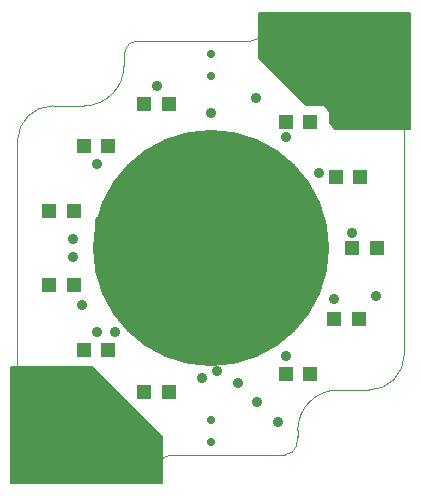
<source format=gbs>
%FSLAX46Y46*%
G04 Gerber Fmt 4.6, Leading zero omitted, Abs format (unit mm)*
G04 Created by KiCad (PCBNEW (2014-jul-16 BZR unknown)-product) date Fri 15 May 2015 05:11:27 PM EDT*
%MOMM*%
G01*
G04 APERTURE LIST*
%ADD10C,0.150000*%
%ADD11C,0.010000*%
%ADD12R,1.198880X1.198880*%
%ADD13C,0.710000*%
%ADD14C,20.000000*%
%ADD15C,0.889000*%
%ADD16C,0.203200*%
G04 APERTURE END LIST*
D10*
D11*
X-6279774Y17513859D02*
X3350000Y17513859D01*
X-7241037Y16789496D02*
G75*
G02X-6279774Y17513859I961263J-275638D01*
G74*
G01*
X-7356884Y15967105D02*
G75*
G02X-7241219Y16788858I2999998J-3246D01*
G74*
G01*
X-7356886Y15963859D02*
X-7356886Y15434116D01*
X-7356886Y15434116D02*
G75*
G02X-10756886Y12034116I-3400000J0D01*
G74*
G01*
X-10756886Y12034116D02*
X-13373666Y12034116D01*
X-16373661Y9039352D02*
G75*
G02X-13373666Y12034116I2999995J-5236D01*
G74*
G01*
X-16373667Y9034116D02*
X-16373667Y-11131265D01*
X-15681866Y-13047567D02*
G75*
G02X-16373667Y-11131265I2308197J1916302D01*
G74*
G01*
X-8143775Y-18703981D02*
G75*
G02X-15679470Y-13050448I8143775J18703983D01*
G74*
G01*
X-6924282Y-18963859D02*
G75*
G02X-8115544Y-18716248I2203J2999999D01*
G74*
G01*
X-6922082Y-18963860D02*
X-5272889Y-18963860D01*
X-4311626Y-18239497D02*
G75*
G02X-5272889Y-18963860I-961263J275638D01*
G74*
G01*
X-4311262Y-18238222D02*
G75*
G02X-3350000Y-17513859I961262J-275637D01*
G74*
G01*
X6279774Y-17513859D02*
X-3350000Y-17513859D01*
X7241037Y-16789496D02*
G75*
G02X6279774Y-17513859I-961263J275638D01*
G74*
G01*
X7356884Y-15967105D02*
G75*
G02X7241219Y-16788858I-2999998J3246D01*
G74*
G01*
X7356886Y-15963859D02*
X7356886Y-15434116D01*
X7356886Y-15434116D02*
G75*
G02X10756886Y-12034116I3400000J0D01*
G74*
G01*
X10756886Y-12034116D02*
X13373666Y-12034116D01*
X16373661Y-9039352D02*
G75*
G02X13373666Y-12034116I-2999995J5236D01*
G74*
G01*
X16373667Y-9034116D02*
X16373667Y11131265D01*
X15681866Y13047567D02*
G75*
G02X16373667Y11131265I-2308197J-1916302D01*
G74*
G01*
X8143775Y18703981D02*
G75*
G02X15679470Y13050448I-8143775J-18703983D01*
G74*
G01*
X6924282Y18963859D02*
G75*
G02X8115544Y18716248I-2203J-2999999D01*
G74*
G01*
X6922082Y18963860D02*
X5272889Y18963860D01*
X4311626Y18239497D02*
G75*
G02X5272889Y18963860I961263J-275638D01*
G74*
G01*
X4311262Y18238222D02*
G75*
G02X3350000Y17513859I-961262J275637D01*
G74*
G01*
D12*
X6330980Y-10700000D03*
X8429020Y-10700000D03*
X10460980Y-6040000D03*
X12559020Y-6040000D03*
X11950980Y0D03*
X14049020Y0D03*
X10560980Y6040000D03*
X12659020Y6040000D03*
X6330980Y10700000D03*
X8429020Y10700000D03*
X-3560980Y12160000D03*
X-5659020Y12160000D03*
X-8680980Y8620000D03*
X-10779020Y8620000D03*
X-11570980Y3110000D03*
X-13669020Y3110000D03*
X-11570980Y-3110000D03*
X-13669020Y-3110000D03*
X-8680980Y-8620000D03*
X-10779020Y-8620000D03*
X-3560980Y-12160000D03*
X-5659020Y-12160000D03*
D13*
X0Y-14600000D03*
X0Y-16400000D03*
X0Y14600000D03*
X0Y16400000D03*
D14*
X0Y0D03*
D15*
X2286000Y-11430000D03*
X3937000Y-13081000D03*
X1300000Y9400000D03*
X-9398000Y2286000D03*
X-10922000Y-4826000D03*
X-2286000Y-9144000D03*
X508000Y-10414000D03*
X6858000Y6096000D03*
X-1270000Y-1270000D03*
X-1270000Y1270000D03*
X1270000Y-1270000D03*
X0Y0D03*
X1270000Y1270000D03*
X13970000Y-4064000D03*
X3810000Y12700000D03*
X5715000Y-14732000D03*
X-13462000Y-11938000D03*
X0Y11430000D03*
X-762000Y-11049000D03*
X6350000Y-9144000D03*
X10414000Y-4318000D03*
X11938000Y1270000D03*
X9144000Y6350000D03*
X6350000Y9398000D03*
X-4572000Y13716000D03*
X-9652000Y7112000D03*
X-11684000Y762000D03*
X-11684000Y-762000D03*
X-9652000Y-7112000D03*
X-8128000Y-7112000D03*
D16*
G36*
X-4101600Y-19898400D02*
X-16898400Y-19898400D01*
X-16898400Y-10101600D01*
X-10042084Y-10101600D01*
X-4101600Y-16042084D01*
X-4101600Y-19898400D01*
X-4101600Y-19898400D01*
G37*
X-4101600Y-19898400D02*
X-16898400Y-19898400D01*
X-16898400Y-10101600D01*
X-10042084Y-10101600D01*
X-4101600Y-16042084D01*
X-4101600Y-19898400D01*
G36*
X16898400Y10101600D02*
X10542084Y10101600D01*
X10101600Y10542084D01*
X10101600Y11542084D01*
X9542084Y12101600D01*
X8042084Y12101600D01*
X4101600Y16042084D01*
X4101600Y19898400D01*
X16898400Y19898400D01*
X16898400Y10101600D01*
X16898400Y10101600D01*
G37*
X16898400Y10101600D02*
X10542084Y10101600D01*
X10101600Y10542084D01*
X10101600Y11542084D01*
X9542084Y12101600D01*
X8042084Y12101600D01*
X4101600Y16042084D01*
X4101600Y19898400D01*
X16898400Y19898400D01*
X16898400Y10101600D01*
M02*

</source>
